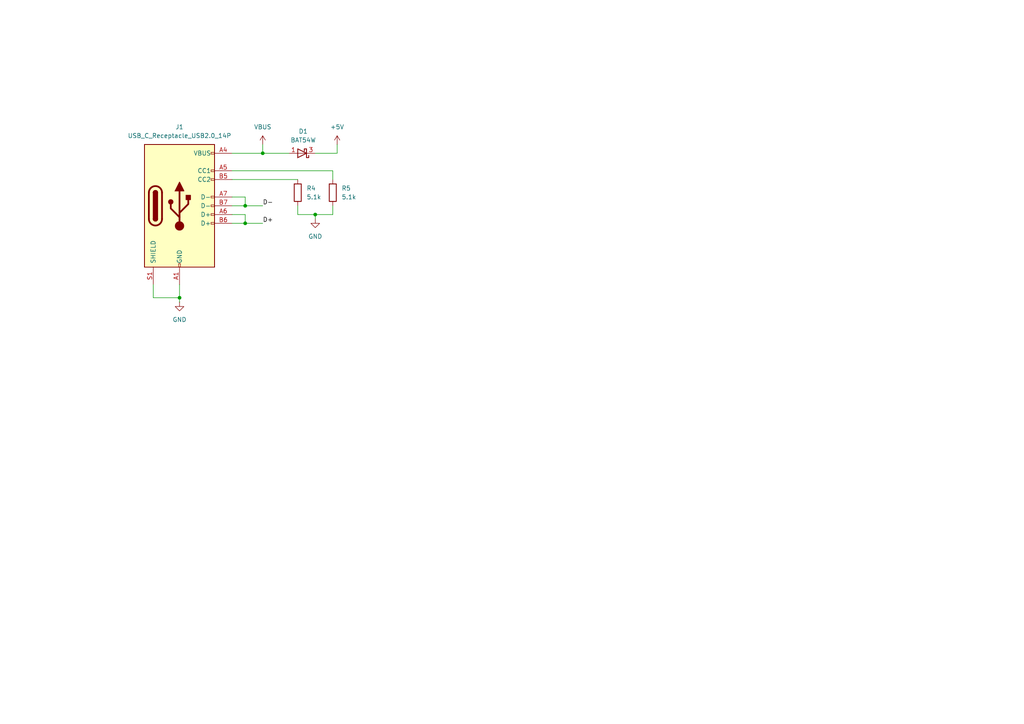
<source format=kicad_sch>
(kicad_sch (version 20231120) (generator "eeschema") (generator_version "8.0")
  (paper "A4")
  (lib_symbols
    (symbol "Connector:USB_C_Receptacle_USB2.0_14P" (pin_names (offset 1.016))
      (property "Reference" "J" (at 0 22.225 0))
      (property "Value" "USB_C_Receptacle_USB2.0_14P" (at 0 19.685 0))
      (symbol "USB_C_Receptacle_USB2.0_14P_0_0"
        (rectangle (start -0.254 -17.78) (end 0.254 -16.764))
        (rectangle (start 10.16 -4.826) (end 9.144 -5.334))
        (rectangle (start 10.16 -2.286) (end 9.144 -2.794))
        (rectangle (start 10.16 0.254) (end 9.144 -0.254))
        (rectangle (start 10.16 2.794) (end 9.144 2.286))
        (rectangle (start 10.16 7.874) (end 9.144 7.366))
        (rectangle (start 10.16 10.414) (end 9.144 9.906))
        (rectangle (start 10.16 15.494) (end 9.144 14.986))
      )
      (symbol "USB_C_Receptacle_USB2.0_14P_0_1"
        (rectangle (start -10.16 17.78) (end 10.16 -17.78) (stroke (width 0.254)) (fill (type background)))
        (arc (start -8.89 -3.81) (mid -6.985 -5.7067) (end -5.08 -3.81) (stroke (width 0.508)))
        (arc (start -7.62 -3.81) (mid -6.985 -4.4423) (end -6.35 -3.81) (stroke (width 0.254)))
        (arc (start -7.62 -3.81) (mid -6.985 -4.4423) (end -6.35 -3.81) (stroke (width 0.254)) (fill (type outline)))
        (rectangle (start -7.62 -3.81) (end -6.35 3.81) (stroke (width 0.254)) (fill (type outline)))
        (arc (start -6.35 3.81) (mid -6.985 4.4423) (end -7.62 3.81) (stroke (width 0.254)))
        (arc (start -6.35 3.81) (mid -6.985 4.4423) (end -7.62 3.81) (stroke (width 0.254)) (fill (type outline)))
        (arc (start -5.08 3.81) (mid -6.985 5.7067) (end -8.89 3.81) (stroke (width 0.508)))
        (circle (center -2.54 1.143) (radius 0.635) (stroke (width 0.254)) (fill (type outline)))
        (circle (center 0 -5.842) (radius 1.27) (fill (type outline)))
        (polyline (pts (xy -8.89 -3.81) (xy -8.89 3.81)) (stroke (width 0.508)))
        (polyline (pts (xy -5.08 3.81) (xy -5.08 -3.81)) (stroke (width 0.508)))
        (polyline (pts (xy 0 -5.842) (xy 0 4.318)) (stroke (width 0.508)))
        (polyline (pts (xy 0 -3.302) (xy -2.54 -0.762) (xy -2.54 0.508)) (stroke (width 0.508)))
        (polyline (pts (xy 0 -2.032) (xy 2.54 0.508) (xy 2.54 1.778)) (stroke (width 0.508)))
        (polyline (pts (xy -1.27 4.318) (xy 0 6.858) (xy 1.27 4.318) (xy -1.27 4.318)) (stroke (width 0.254)) (fill (type outline)))
        (rectangle (start 1.905 1.778) (end 3.175 3.048) (stroke (width 0.254)) (fill (type outline)))
      )
      (symbol "USB_C_Receptacle_USB2.0_14P_1_1"
        (pin passive line (at 0 -22.86 90) (length 5.08) (name "GND") (number "A1"))
        (pin passive line (at 0 -22.86 90) (length 5.08) hide (name "GND") (number "A12"))
        (pin passive line (at 15.24 15.24 180) (length 5.08) (name "VBUS") (number "A4"))
        (pin bidirectional line (at 15.24 10.16 180) (length 5.08) (name "CC1") (number "A5"))
        (pin bidirectional line (at 15.24 -2.54 180) (length 5.08) (name "D+") (number "A6"))
        (pin bidirectional line (at 15.24 2.54 180) (length 5.08) (name "D-") (number "A7"))
        (pin passive line (at 15.24 15.24 180) (length 5.08) hide (name "VBUS") (number "A9"))
        (pin passive line (at 0 -22.86 90) (length 5.08) hide (name "GND") (number "B1"))
        (pin passive line (at 0 -22.86 90) (length 5.08) hide (name "GND") (number "B12"))
        (pin passive line (at 15.24 15.24 180) (length 5.08) hide (name "VBUS") (number "B4"))
        (pin bidirectional line (at 15.24 7.62 180) (length 5.08) (name "CC2") (number "B5"))
        (pin bidirectional line (at 15.24 -5.08 180) (length 5.08) (name "D+") (number "B6"))
        (pin bidirectional line (at 15.24 0 180) (length 5.08) (name "D-") (number "B7"))
        (pin passive line (at 15.24 15.24 180) (length 5.08) hide (name "VBUS") (number "B9"))
        (pin passive line (at -7.62 -22.86 90) (length 5.08) (name "SHIELD") (number "S1"))
      )
    )
    (symbol "Device:R" (pin_numbers hide) (pin_names (offset 0))
      (property "Reference" "R" (at 2.032 0 90))
      (property "Value" "R" (at 0 0 90))
      (symbol "R_0_1"
        (rectangle (start -1.016 -2.54) (end 1.016 2.54) (stroke (width 0.254)))
      )
      (symbol "R_1_1"
        (pin passive line (at 0 3.81 270) (length 1.27) (name "~") (number "1"))
        (pin passive line (at 0 -3.81 90) (length 1.27) (name "~") (number "2"))
      )
    )
    (symbol "Diode:BAT54W" (pin_names (offset 1.016) hide)
      (property "Reference" "D" (at 0 2.54 0))
      (property "Value" "BAT54W" (at 0 -2.54 0))
      (symbol "BAT54W_0_1"
        (polyline (pts (xy 1.27 0) (xy -1.27 0)))
        (polyline (pts (xy 1.27 1.27) (xy 1.27 -1.27) (xy -1.27 0) (xy 1.27 1.27)) (stroke (width 0.254)))
        (polyline (pts (xy -1.905 0.635) (xy -1.905 1.27) (xy -1.27 1.27) (xy -1.27 -1.27) (xy -0.635 -1.27) (xy -0.635 -0.635)) (stroke (width 0.254)))
      )
      (symbol "BAT54W_1_1"
        (pin passive line (at 3.81 0 180) (length 2.54) (name "A") (number "1"))
        (pin no_connect line (at 0 0 90) (length 2.54) hide (name "NC") (number "2"))
        (pin passive line (at -3.81 0 0) (length 2.54) (name "K") (number "3"))
      )
    )
    (symbol "power:+5V" (power) (pin_numbers hide) (pin_names (offset 0) hide)
      (property "Value" "+5V" (at 0 3.556 0))
      (symbol "+5V_0_1"
        (polyline (pts (xy -0.762 1.27) (xy 0 2.54)))
        (polyline (pts (xy 0 0) (xy 0 2.54)))
        (polyline (pts (xy 0 2.54) (xy 0.762 1.27)))
      )
      (symbol "+5V_1_1"
        (pin power_in line (at 0 0 90) (length 0) (name "~") (number "1"))
      )
    )
    (symbol "power:GND" (power) (pin_numbers hide) (pin_names (offset 0) hide)
      (property "Value" "GND" (at 0 -3.81 0))
      (symbol "GND_0_1"
        (polyline (pts (xy 0 0) (xy 0 -1.27) (xy 1.27 -1.27) (xy 0 -2.54) (xy -1.27 -1.27) (xy 0 -1.27)))
      )
      (symbol "GND_1_1"
        (pin power_in line (at 0 0 270) (length 0) (name "~") (number "1"))
      )
    )
    (symbol "power:VBUS" (power) (pin_numbers hide) (pin_names (offset 0) hide)
      (property "Value" "VBUS" (at 0 3.556 0))
      (symbol "VBUS_0_1"
        (polyline (pts (xy -0.762 1.27) (xy 0 2.54)))
        (polyline (pts (xy 0 0) (xy 0 2.54)))
        (polyline (pts (xy 0 2.54) (xy 0.762 1.27)))
      )
      (symbol "VBUS_1_1"
        (pin power_in line (at 0 0 90) (length 0) (name "~") (number "1"))
      )
    )
  )
  (junction (at 71.12 59.69))
  (junction (at 91.44 62.23))
  (junction (at 71.12 64.77))
  (junction (at 52.07 86.36))
  (junction (at 76.2 44.45))
  (wire (pts (xy 91.44 62.23) (xy 96.52 62.23)))
  (wire (pts (xy 96.52 62.23) (xy 96.52 59.69)))
  (wire (pts (xy 86.36 62.23) (xy 91.44 62.23)))
  (wire (pts (xy 67.31 49.53) (xy 96.52 49.53)))
  (wire (pts (xy 71.12 57.15) (xy 71.12 59.69)))
  (wire (pts (xy 76.2 44.45) (xy 83.82 44.45)))
  (wire (pts (xy 96.52 49.53) (xy 96.52 52.07)))
  (wire (pts (xy 67.31 52.07) (xy 86.36 52.07)))
  (wire (pts (xy 71.12 64.77) (xy 76.2 64.77)))
  (wire (pts (xy 76.2 41.91) (xy 76.2 44.45)))
  (wire (pts (xy 97.79 41.91) (xy 97.79 44.45)))
  (wire (pts (xy 86.36 59.69) (xy 86.36 62.23)))
  (wire (pts (xy 71.12 62.23) (xy 71.12 64.77)))
  (wire (pts (xy 71.12 59.69) (xy 76.2 59.69)))
  (wire (pts (xy 52.07 87.63) (xy 52.07 86.36)))
  (wire (pts (xy 91.44 62.23) (xy 91.44 63.5)))
  (wire (pts (xy 44.45 82.55) (xy 44.45 86.36)))
  (wire (pts (xy 67.31 64.77) (xy 71.12 64.77)))
  (wire (pts (xy 44.45 86.36) (xy 52.07 86.36)))
  (wire (pts (xy 67.31 57.15) (xy 71.12 57.15)))
  (wire (pts (xy 67.31 62.23) (xy 71.12 62.23)))
  (wire (pts (xy 67.31 59.69) (xy 71.12 59.69)))
  (wire (pts (xy 76.2 44.45) (xy 67.31 44.45)))
  (wire (pts (xy 91.44 44.45) (xy 97.79 44.45)))
  (wire (pts (xy 52.07 82.55) (xy 52.07 86.36)))
  (label "D-" (at 76.2 59.69 0))
  (label "D+" (at 76.2 64.77 0))
  (symbol (lib_id "Diode:BAT54W") (at 87.63 44.45 180) (unit 1)
    (property "Reference" "D1" (at 87.9475 38.1 0))
    (property "Value" "BAT54W" (at 87.9475 40.64 0))
    (property "Footprint" "Package_TO_SOT_SMD:SOT-323_SC-70" (effects (hide yes)))
    (property "Datasheet" "https://assets.nexperia.com/documents/data-sheet/BAT54W_SER.pdf" (effects (hide yes)))
    (property "Description" "Schottky barrier diode, SOT-323" (effects (hide yes)))
  )
  (symbol (lib_id "Device:R") (at 86.36 55.88 0) (unit 1)
    (property "Reference" "R4" (at 88.9 54.6099 0) (effects (justify left)))
    (property "Value" "5.1k" (at 88.9 57.1499 0) (effects (justify left)))
    (property "Description" "Resistor" (effects (hide yes)))
  )
  (symbol (lib_id "power:GND") (at 91.44 63.5 0) (unit 1)
    (property "Reference" "#PWR027" (effects (hide yes)))
    (property "Value" "GND" (at 91.44 68.58 0))
    (property "Description" "Power symbol creates a global label with name \"GND\" , ground" (effects (hide yes)))
  )
  (symbol (lib_id "power:VBUS") (at 76.2 41.91 0) (unit 1)
    (property "Reference" "#PWR028" (effects (hide yes)))
    (property "Value" "VBUS" (at 76.2 36.83 0))
    (property "Description" "Power symbol creates a global label with name \"VBUS\"" (effects (hide yes)))
  )
  (symbol (lib_id "Device:R") (at 96.52 55.88 0) (unit 1)
    (property "Reference" "R5" (at 99.06 54.6099 0) (effects (justify left)))
    (property "Value" "5.1k" (at 99.06 57.1499 0) (effects (justify left)))
    (property "Description" "Resistor" (effects (hide yes)))
  )
  (symbol (lib_id "power:+5V") (at 97.79 41.91 0) (unit 1)
    (property "Reference" "#PWR029" (effects (hide yes)))
    (property "Value" "+5V" (at 97.79 36.83 0))
    (property "Description" "Power symbol creates a global label with name \"+5V\"" (effects (hide yes)))
  )
  (symbol (lib_id "Connector:USB_C_Receptacle_USB2.0_14P") (at 52.07 59.69 0) (unit 1)
    (property "Reference" "J1" (at 52.07 36.83 0))
    (property "Value" "USB_C_Receptacle_USB2.0_14P" (at 52.07 39.37 0))
    (property "Datasheet" "https://www.usb.org/sites/default/files/documents/usb_type-c.zip" (effects (hide yes)))
    (property "Description" "USB 2.0-only 14P Type-C Receptacle connector" (effects (hide yes)))
  )
  (symbol (lib_id "power:GND") (at 52.07 87.63 0) (unit 1)
    (property "Reference" "#PWR026" (effects (hide yes)))
    (property "Value" "GND" (at 52.07 92.71 0))
    (property "Description" "Power symbol creates a global label with name \"GND\" , ground" (effects (hide yes)))
  )
)
</source>
